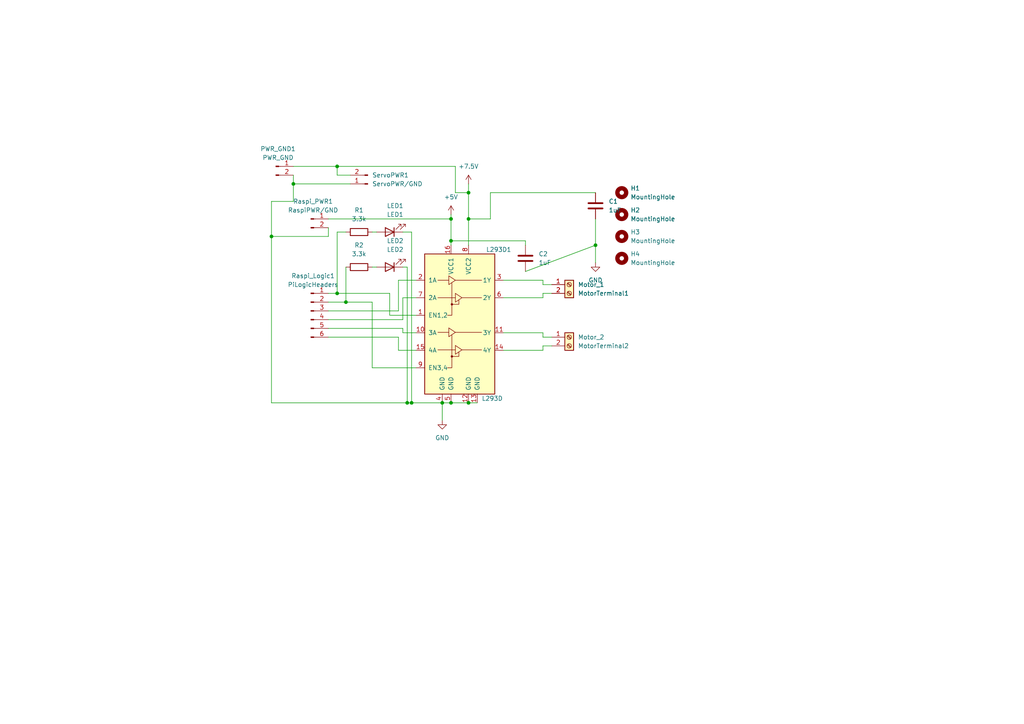
<source format=kicad_sch>
(kicad_sch (version 20211123) (generator eeschema)
  (paper "A4")
  (lib_symbols
    (symbol "Connector:Conn_01x02_Male" (pin_names (offset 1.016) hide)
      (property "Reference" "J" (at 0 2.54 0))
      (property "Value" "Conn_01x02_Male" (at 0 -5.08 0))
      (symbol "Conn_01x02_Male_1_1"
        (polyline (pts (xy 1.27 -2.54) (xy 0.8636 -2.54)) (stroke (width 0.1524)))
        (polyline (pts (xy 1.27 0) (xy 0.8636 0)) (stroke (width 0.1524)))
        (rectangle (start 0.8636 -2.413) (end 0 -2.667) (stroke (width 0.1524)) (fill (type outline)))
        (rectangle (start 0.8636 0.127) (end 0 -0.127) (stroke (width 0.1524)) (fill (type outline)))
        (pin passive line (at 5.08 0 180) (length 3.81) (name "Pin_1") (number "1"))
        (pin passive line (at 5.08 -2.54 180) (length 3.81) (name "Pin_2") (number "2"))
      )
    )
    (symbol "Connector:Conn_01x06_Male" (pin_names (offset 1.016) hide)
      (property "Reference" "J" (at 0 7.62 0))
      (property "Value" "Conn_01x06_Male" (at 0 -10.16 0))
      (symbol "Conn_01x06_Male_1_1"
        (polyline (pts (xy 1.27 -7.62) (xy 0.8636 -7.62)) (stroke (width 0.1524)))
        (polyline (pts (xy 1.27 -5.08) (xy 0.8636 -5.08)) (stroke (width 0.1524)))
        (polyline (pts (xy 1.27 -2.54) (xy 0.8636 -2.54)) (stroke (width 0.1524)))
        (polyline (pts (xy 1.27 0) (xy 0.8636 0)) (stroke (width 0.1524)))
        (polyline (pts (xy 1.27 2.54) (xy 0.8636 2.54)) (stroke (width 0.1524)))
        (polyline (pts (xy 1.27 5.08) (xy 0.8636 5.08)) (stroke (width 0.1524)))
        (rectangle (start 0.8636 -7.493) (end 0 -7.747) (stroke (width 0.1524)) (fill (type outline)))
        (rectangle (start 0.8636 -4.953) (end 0 -5.207) (stroke (width 0.1524)) (fill (type outline)))
        (rectangle (start 0.8636 -2.413) (end 0 -2.667) (stroke (width 0.1524)) (fill (type outline)))
        (rectangle (start 0.8636 0.127) (end 0 -0.127) (stroke (width 0.1524)) (fill (type outline)))
        (rectangle (start 0.8636 2.667) (end 0 2.413) (stroke (width 0.1524)) (fill (type outline)))
        (rectangle (start 0.8636 5.207) (end 0 4.953) (stroke (width 0.1524)) (fill (type outline)))
        (pin passive line (at 5.08 5.08 180) (length 3.81) (name "Pin_1") (number "1"))
        (pin passive line (at 5.08 2.54 180) (length 3.81) (name "Pin_2") (number "2"))
        (pin passive line (at 5.08 0 180) (length 3.81) (name "Pin_3") (number "3"))
        (pin passive line (at 5.08 -2.54 180) (length 3.81) (name "Pin_4") (number "4"))
        (pin passive line (at 5.08 -5.08 180) (length 3.81) (name "Pin_5") (number "5"))
        (pin passive line (at 5.08 -7.62 180) (length 3.81) (name "Pin_6") (number "6"))
      )
    )
    (symbol "Connector:Screw_Terminal_01x02" (pin_names (offset 1.016) hide)
      (property "Reference" "J" (at 0 2.54 0))
      (property "Value" "Screw_Terminal_01x02" (at 0 -5.08 0))
      (symbol "Screw_Terminal_01x02_1_1"
        (rectangle (start -1.27 1.27) (end 1.27 -3.81) (stroke (width 0.254)) (fill (type background)))
        (circle (center 0 -2.54) (radius 0.635) (stroke (width 0.1524)))
        (polyline (pts (xy -0.5334 -2.2098) (xy 0.3302 -3.048)) (stroke (width 0.1524)))
        (polyline (pts (xy -0.5334 0.3302) (xy 0.3302 -0.508)) (stroke (width 0.1524)))
        (polyline (pts (xy -0.3556 -2.032) (xy 0.508 -2.8702)) (stroke (width 0.1524)))
        (polyline (pts (xy -0.3556 0.508) (xy 0.508 -0.3302)) (stroke (width 0.1524)))
        (circle (center 0 0) (radius 0.635) (stroke (width 0.1524)))
        (pin passive line (at -5.08 0 0) (length 3.81) (name "Pin_1") (number "1"))
        (pin passive line (at -5.08 -2.54 0) (length 3.81) (name "Pin_2") (number "2"))
      )
    )
    (symbol "Device:C" (pin_numbers hide) (pin_names (offset 0.254))
      (property "Reference" "C" (at 0.635 2.54 0))
      (property "Value" "C" (at 0.635 -2.54 0))
      (symbol "C_0_1"
        (polyline (pts (xy -2.032 -0.762) (xy 2.032 -0.762)) (stroke (width 0.508)))
        (polyline (pts (xy -2.032 0.762) (xy 2.032 0.762)) (stroke (width 0.508)))
      )
      (symbol "C_1_1"
        (pin passive line (at 0 3.81 270) (length 2.794) (name "~") (number "1"))
        (pin passive line (at 0 -3.81 90) (length 2.794) (name "~") (number "2"))
      )
    )
    (symbol "Device:LED" (pin_numbers hide) (pin_names (offset 1.016) hide)
      (property "Reference" "D" (at 0 2.54 0))
      (property "Value" "LED" (at 0 -2.54 0))
      (symbol "LED_0_1"
        (polyline (pts (xy -1.27 -1.27) (xy -1.27 1.27)) (stroke (width 0.254)))
        (polyline (pts (xy -1.27 0) (xy 1.27 0)))
        (polyline (pts (xy 1.27 -1.27) (xy 1.27 1.27) (xy -1.27 0) (xy 1.27 -1.27)) (stroke (width 0.254)))
        (polyline (pts (xy -3.048 -0.762) (xy -4.572 -2.286) (xy -3.81 -2.286) (xy -4.572 -2.286) (xy -4.572 -1.524)))
        (polyline (pts (xy -1.778 -0.762) (xy -3.302 -2.286) (xy -2.54 -2.286) (xy -3.302 -2.286) (xy -3.302 -1.524)))
      )
      (symbol "LED_1_1"
        (pin passive line (at -3.81 0 0) (length 2.54) (name "K") (number "1"))
        (pin passive line (at 3.81 0 180) (length 2.54) (name "A") (number "2"))
      )
    )
    (symbol "Device:R" (pin_numbers hide) (pin_names (offset 0))
      (property "Reference" "R" (at 2.032 0 90))
      (property "Value" "R" (at 0 0 90))
      (symbol "R_0_1"
        (rectangle (start -1.016 -2.54) (end 1.016 2.54) (stroke (width 0.254)))
      )
      (symbol "R_1_1"
        (pin passive line (at 0 3.81 270) (length 1.27) (name "~") (number "1"))
        (pin passive line (at 0 -3.81 90) (length 1.27) (name "~") (number "2"))
      )
    )
    (symbol "Driver_Motor:L293D" (pin_names (offset 1.016))
      (property "Reference" "U" (at -5.08 26.035 0))
      (property "Value" "L293D" (at -5.08 24.13 0))
      (symbol "L293D_0_1"
        (rectangle (start -10.16 22.86) (end 10.16 -17.78) (stroke (width 0.254)) (fill (type background)))
        (circle (center -2.286 -6.858) (radius 0.254) (fill (type outline)))
        (circle (center -2.286 8.255) (radius 0.254) (fill (type outline)))
        (polyline (pts (xy -6.35 -4.953) (xy -1.27 -4.953)))
        (polyline (pts (xy -6.35 0.127) (xy -3.175 0.127)))
        (polyline (pts (xy -6.35 10.16) (xy -1.27 10.16)))
        (polyline (pts (xy -6.35 15.24) (xy -3.175 15.24)))
        (polyline (pts (xy -1.27 0.127) (xy 6.35 0.127)))
        (polyline (pts (xy -1.27 15.24) (xy 6.35 15.24)))
        (polyline (pts (xy 0.635 -4.953) (xy 6.35 -4.953)))
        (polyline (pts (xy 0.635 10.16) (xy 6.35 10.16)))
        (polyline (pts (xy -2.286 -6.858) (xy -0.254 -6.858) (xy -0.254 -5.588)))
        (polyline (pts (xy -2.286 -0.635) (xy -2.286 -10.16) (xy -3.556 -10.16)))
        (polyline (pts (xy -2.286 8.255) (xy -0.254 8.255) (xy -0.254 9.525)))
        (polyline (pts (xy -2.286 14.478) (xy -2.286 5.08) (xy -3.556 5.08)))
        (polyline (pts (xy -3.175 1.397) (xy -3.175 -1.143) (xy -1.27 0.127) (xy -3.175 1.397)))
        (polyline (pts (xy -3.175 16.51) (xy -3.175 13.97) (xy -1.27 15.24) (xy -3.175 16.51)))
        (polyline (pts (xy -1.27 -3.683) (xy -1.27 -6.223) (xy 0.635 -4.953) (xy -1.27 -3.683)))
        (polyline (pts (xy -1.27 11.43) (xy -1.27 8.89) (xy 0.635 10.16) (xy -1.27 11.43)))
      )
      (symbol "L293D_1_1"
        (pin input line (at -12.7 5.08 0) (length 2.54) (name "EN1,2") (number "1"))
        (pin input line (at -12.7 0 0) (length 2.54) (name "3A") (number "10"))
        (pin output line (at 12.7 0 180) (length 2.54) (name "3Y") (number "11"))
        (pin power_in line (at 2.54 -20.32 90) (length 2.54) (name "GND") (number "12"))
        (pin power_in line (at 5.08 -20.32 90) (length 2.54) (name "GND") (number "13"))
        (pin output line (at 12.7 -5.08 180) (length 2.54) (name "4Y") (number "14"))
        (pin input line (at -12.7 -5.08 0) (length 2.54) (name "4A") (number "15"))
        (pin power_in line (at -2.54 25.4 270) (length 2.54) (name "VCC1") (number "16"))
        (pin input line (at -12.7 15.24 0) (length 2.54) (name "1A") (number "2"))
        (pin output line (at 12.7 15.24 180) (length 2.54) (name "1Y") (number "3"))
        (pin power_in line (at -5.08 -20.32 90) (length 2.54) (name "GND") (number "4"))
        (pin power_in line (at -2.54 -20.32 90) (length 2.54) (name "GND") (number "5"))
        (pin output line (at 12.7 10.16 180) (length 2.54) (name "2Y") (number "6"))
        (pin input line (at -12.7 10.16 0) (length 2.54) (name "2A") (number "7"))
        (pin power_in line (at 2.54 25.4 270) (length 2.54) (name "VCC2") (number "8"))
        (pin input line (at -12.7 -10.16 0) (length 2.54) (name "EN3,4") (number "9"))
      )
    )
    (symbol "Mechanical:MountingHole" (pin_names (offset 1.016))
      (property "Reference" "H" (at 0 5.08 0))
      (property "Value" "MountingHole" (at 0 3.175 0))
      (symbol "MountingHole_0_1"
        (circle (center 0 0) (radius 1.27) (stroke (width 1.27)))
      )
    )
    (symbol "power:+5V" (power) (pin_names (offset 0))
      (property "Value" "+5V" (at 0 3.556 0))
      (symbol "+5V_0_1"
        (polyline (pts (xy -0.762 1.27) (xy 0 2.54)))
        (polyline (pts (xy 0 0) (xy 0 2.54)))
        (polyline (pts (xy 0 2.54) (xy 0.762 1.27)))
      )
      (symbol "+5V_1_1"
        (pin power_in line (at 0 0 90) (length 0) hide (name "+5V") (number "1"))
      )
    )
    (symbol "power:+7.5V" (power) (pin_names (offset 0))
      (property "Value" "+7.5V" (at 0 3.556 0))
      (symbol "+7.5V_0_1"
        (polyline (pts (xy -0.762 1.27) (xy 0 2.54)))
        (polyline (pts (xy 0 0) (xy 0 2.54)))
        (polyline (pts (xy 0 2.54) (xy 0.762 1.27)))
      )
      (symbol "+7.5V_1_1"
        (pin power_in line (at 0 0 90) (length 0) hide (name "+7.5V") (number "1"))
      )
    )
    (symbol "power:GND" (power) (pin_names (offset 0))
      (property "Value" "GND" (at 0 -3.81 0))
      (symbol "GND_0_1"
        (polyline (pts (xy 0 0) (xy 0 -1.27) (xy 1.27 -1.27) (xy 0 -2.54) (xy -1.27 -1.27) (xy 0 -1.27)))
      )
      (symbol "GND_1_1"
        (pin power_in line (at 0 0 270) (length 0) hide (name "GND") (number "1"))
      )
    )
  )
  (junction (at 172.72 71.12))
  (junction (at 119.38 116.84))
  (junction (at 130.81 63.5))
  (junction (at 130.81 116.84))
  (junction (at 135.89 55.88))
  (junction (at 135.89 63.5))
  (junction (at 100.33 87.63))
  (junction (at 135.89 116.84))
  (junction (at 128.27 116.84))
  (junction (at 97.79 48.26))
  (junction (at 130.81 69.85))
  (junction (at 97.79 85.09))
  (junction (at 85.09 53.34))
  (junction (at 118.11 116.84))
  (junction (at 78.74 68.58))
  (wire (pts (xy 146.05 86.36) (xy 157.48 86.36)))
  (wire (pts (xy 135.89 116.84) (xy 138.43 116.84)))
  (wire (pts (xy 157.48 85.09) (xy 160.02 85.09)))
  (wire (pts (xy 95.25 85.09) (xy 97.79 85.09)))
  (wire (pts (xy 78.74 116.84) (xy 118.11 116.84)))
  (wire (pts (xy 78.74 68.58) (xy 78.74 116.84)))
  (wire (pts (xy 128.27 116.84) (xy 128.27 121.92)))
  (wire (pts (xy 101.6 50.8) (xy 97.79 50.8)))
  (wire (pts (xy 118.11 116.84) (xy 119.38 116.84)))
  (wire (pts (xy 172.72 63.5) (xy 172.72 71.12)))
  (wire (pts (xy 142.24 63.5) (xy 135.89 63.5)))
  (wire (pts (xy 130.81 63.5) (xy 130.81 69.85)))
  (wire (pts (xy 157.48 82.55) (xy 160.02 82.55)))
  (wire (pts (xy 97.79 85.09) (xy 113.03 85.09)))
  (wire (pts (xy 130.81 69.85) (xy 152.4 69.85)))
  (wire (pts (xy 85.09 48.26) (xy 97.79 48.26)))
  (wire (pts (xy 95.25 66.04) (xy 95.25 68.58)))
  (wire (pts (xy 157.48 97.79) (xy 160.02 97.79)))
  (wire (pts (xy 116.84 96.52) (xy 120.65 96.52)))
  (wire (pts (xy 172.72 55.88) (xy 142.24 55.88)))
  (wire (pts (xy 95.25 92.71) (xy 116.84 92.71)))
  (wire (pts (xy 100.33 77.47) (xy 100.33 87.63)))
  (wire (pts (xy 78.74 58.42) (xy 78.74 68.58)))
  (wire (pts (xy 95.25 97.79) (xy 115.57 97.79)))
  (wire (pts (xy 118.11 77.47) (xy 118.11 116.84)))
  (wire (pts (xy 157.48 86.36) (xy 157.48 85.09)))
  (wire (pts (xy 115.57 97.79) (xy 115.57 101.6)))
  (wire (pts (xy 116.84 95.25) (xy 116.84 96.52)))
  (wire (pts (xy 130.81 69.85) (xy 130.81 71.12)))
  (wire (pts (xy 100.33 87.63) (xy 107.95 87.63)))
  (wire (pts (xy 142.24 55.88) (xy 142.24 63.5)))
  (wire (pts (xy 78.74 58.42) (xy 85.09 58.42)))
  (wire (pts (xy 152.4 78.74) (xy 172.72 71.12)))
  (wire (pts (xy 107.95 87.63) (xy 107.95 106.68)))
  (wire (pts (xy 116.84 77.47) (xy 118.11 77.47)))
  (wire (pts (xy 107.95 77.47) (xy 109.22 77.47)))
  (wire (pts (xy 157.48 100.33) (xy 160.02 100.33)))
  (wire (pts (xy 85.09 50.8) (xy 85.09 53.34)))
  (wire (pts (xy 107.95 106.68) (xy 120.65 106.68)))
  (wire (pts (xy 95.25 63.5) (xy 130.81 63.5)))
  (wire (pts (xy 132.08 55.88) (xy 135.89 55.88)))
  (wire (pts (xy 116.84 86.36) (xy 120.65 86.36)))
  (wire (pts (xy 85.09 53.34) (xy 85.09 58.42)))
  (wire (pts (xy 128.27 116.84) (xy 130.81 116.84)))
  (wire (pts (xy 115.57 101.6) (xy 120.65 101.6)))
  (wire (pts (xy 95.25 95.25) (xy 116.84 95.25)))
  (wire (pts (xy 113.03 85.09) (xy 113.03 91.44)))
  (wire (pts (xy 130.81 116.84) (xy 135.89 116.84)))
  (wire (pts (xy 116.84 92.71) (xy 116.84 86.36)))
  (wire (pts (xy 135.89 53.34) (xy 135.89 55.88)))
  (wire (pts (xy 116.84 67.31) (xy 119.38 67.31)))
  (wire (pts (xy 85.09 53.34) (xy 101.6 53.34)))
  (wire (pts (xy 119.38 116.84) (xy 128.27 116.84)))
  (wire (pts (xy 130.81 62.23) (xy 130.81 63.5)))
  (wire (pts (xy 97.79 67.31) (xy 97.79 85.09)))
  (wire (pts (xy 135.89 55.88) (xy 135.89 63.5)))
  (wire (pts (xy 119.38 67.31) (xy 119.38 116.84)))
  (wire (pts (xy 146.05 81.28) (xy 157.48 81.28)))
  (wire (pts (xy 97.79 67.31) (xy 100.33 67.31)))
  (wire (pts (xy 97.79 50.8) (xy 97.79 48.26)))
  (wire (pts (xy 115.57 90.17) (xy 115.57 81.28)))
  (wire (pts (xy 107.95 67.31) (xy 109.22 67.31)))
  (wire (pts (xy 115.57 81.28) (xy 120.65 81.28)))
  (wire (pts (xy 95.25 87.63) (xy 100.33 87.63)))
  (wire (pts (xy 157.48 101.6) (xy 157.48 100.33)))
  (wire (pts (xy 157.48 81.28) (xy 157.48 82.55)))
  (wire (pts (xy 172.72 71.12) (xy 172.72 76.2)))
  (wire (pts (xy 95.25 68.58) (xy 78.74 68.58)))
  (wire (pts (xy 146.05 101.6) (xy 157.48 101.6)))
  (wire (pts (xy 157.48 96.52) (xy 157.48 97.79)))
  (wire (pts (xy 95.25 90.17) (xy 115.57 90.17)))
  (wire (pts (xy 152.4 71.12) (xy 152.4 69.85)))
  (wire (pts (xy 132.08 48.26) (xy 132.08 55.88)))
  (wire (pts (xy 113.03 91.44) (xy 120.65 91.44)))
  (wire (pts (xy 97.79 48.26) (xy 132.08 48.26)))
  (wire (pts (xy 135.89 63.5) (xy 135.89 71.12)))
  (wire (pts (xy 146.05 96.52) (xy 157.48 96.52)))
  (symbol (lib_id "Connector:Conn_01x02_Male") (at 90.17 63.5 0) (unit 1)
    (property "Reference" "Raspi_PWR1" (at 90.805 58.42 0))
    (property "Value" "RaspiPWR/GND" (at 90.805 60.96 0))
    (property "Footprint" "Connector_PinHeader_2.54mm:PinHeader_1x02_P2.54mm_Vertical" (effects hide))
  )
  (symbol (lib_id "Mechanical:MountingHole") (at 180.34 55.88 0) (unit 1)
    (property "Reference" "H1" (at 182.88 54.6099 0) (effects (justify left)))
    (property "Value" "MountingHole" (at 182.88 57.1499 0) (effects (justify left)))
    (property "Footprint" "MountingHole:MountingHole_2.2mm_M2" (effects hide))
  )
  (symbol (lib_id "Connector:Conn_01x02_Male") (at 80.01 48.26 0) (unit 1)
    (property "Reference" "PWR_GND1" (at 80.645 43.18 0))
    (property "Value" "PWR_GND" (at 80.645 45.72 0))
    (property "Footprint" "Connector_PinHeader_2.54mm:PinHeader_1x02_P2.54mm_Vertical" (effects hide))
  )
  (symbol (lib_id "power:+7.5V") (at 135.89 53.34 0) (unit 1)
    (property "Reference" "#PWR0103" (effects hide))
    (property "Value" "+7.5V" (at 135.89 48.26 0))
  )
  (symbol (lib_id "Device:R") (at 104.14 77.47 90) (unit 1)
    (property "Reference" "R2" (at 104.14 71.12 90))
    (property "Value" "3.3k" (at 104.14 73.66 90))
    (property "Footprint" "Resistor_THT:R_Axial_DIN0207_L6.3mm_D2.5mm_P7.62mm_Horizontal" (effects hide))
  )
  (symbol (lib_id "Connector:Conn_01x02_Male") (at 106.68 53.34 180) (unit 1)
    (property "Reference" "ServoPWR1" (at 107.95 50.7999 0) (effects (justify right)))
    (property "Value" "ServoPWR/GND" (at 107.95 53.3399 0) (effects (justify right)))
    (property "Footprint" "Connector_PinHeader_2.54mm:PinHeader_1x02_P2.54mm_Vertical" (effects hide))
  )
  (symbol (lib_id "Device:C") (at 172.72 59.69 0) (unit 1)
    (property "Reference" "C1" (at 176.53 58.4199 0) (effects (justify left)))
    (property "Value" "1uF" (at 176.53 60.9599 0) (effects (justify left)))
    (property "Footprint" "Capacitor_SMD:C_Elec_5x5.4" (effects hide))
  )
  (symbol (lib_id "Connector:Screw_Terminal_01x02") (at 165.1 82.55 0) (unit 1)
    (property "Reference" "Motor_1" (at 167.64 82.5499 0) (effects (justify left)))
    (property "Value" "MotorTerminal1" (at 167.64 85.0899 0) (effects (justify left)))
    (property "Footprint" "TerminalBlock:TerminalBlock_Altech_AK300-2_P5.00mm" (effects hide))
  )
  (symbol (lib_id "power:GND") (at 128.27 121.92 0) (unit 1)
    (property "Reference" "#PWR0102" (effects hide))
    (property "Value" "GND" (at 128.27 127 0))
  )
  (symbol (lib_id "Driver_Motor:L293D") (at 133.35 96.52 0) (unit 1)
    (property "Reference" "L293D1" (at 140.97 72.39 0) (effects (justify left)))
    (property "Value" "L293D" (at 139.7 115.57 0) (effects (justify left)))
    (property "Footprint" "Package_DIP:DIP-16_W7.62mm" (effects hide))
    (property "Datasheet" "http://www.ti.com/lit/ds/symlink/l293.pdf" (effects hide))
  )
  (symbol (lib_id "Connector:Screw_Terminal_01x02") (at 165.1 97.79 0) (unit 1)
    (property "Reference" "Motor_2" (at 167.64 97.7899 0) (effects (justify left)))
    (property "Value" "MotorTerminal2" (at 167.64 100.3299 0) (effects (justify left)))
    (property "Footprint" "TerminalBlock:TerminalBlock_Altech_AK300-2_P5.00mm" (effects hide))
  )
  (symbol (lib_id "Device:LED") (at 113.03 77.47 180) (unit 1)
    (property "Reference" "LED2" (at 114.6175 69.85 0))
    (property "Value" "LED2" (at 114.6175 72.39 0))
    (property "Footprint" "LED_THT:LED_D5.0mm" (effects hide))
  )
  (symbol (lib_id "Mechanical:MountingHole") (at 180.34 62.23 0) (unit 1)
    (property "Reference" "H2" (at 182.88 60.9599 0) (effects (justify left)))
    (property "Value" "MountingHole" (at 182.88 63.4999 0) (effects (justify left)))
    (property "Footprint" "MountingHole:MountingHole_2.2mm_M2" (effects hide))
  )
  (symbol (lib_id "Device:LED") (at 113.03 67.31 180) (unit 1)
    (property "Reference" "LED1" (at 114.6175 59.69 0))
    (property "Value" "LED1" (at 114.6175 62.23 0))
    (property "Footprint" "LED_THT:LED_D5.0mm" (effects hide))
  )
  (symbol (lib_id "Connector:Conn_01x06_Male") (at 90.17 90.17 0) (unit 1)
    (property "Reference" "Raspi_Logic1" (at 90.805 80.01 0))
    (property "Value" "PiLogicHeaders" (at 90.805 82.55 0))
    (property "Footprint" "Connector_PinHeader_2.54mm:PinHeader_1x06_P2.54mm_Vertical" (effects hide))
  )
  (symbol (lib_id "Mechanical:MountingHole") (at 180.34 68.58 0) (unit 1)
    (property "Reference" "H3" (at 182.88 67.3099 0) (effects (justify left)))
    (property "Value" "MountingHole" (at 182.88 69.8499 0) (effects (justify left)))
    (property "Footprint" "MountingHole:MountingHole_2.2mm_M2" (effects hide))
  )
  (symbol (lib_id "Device:C") (at 152.4 74.93 0) (unit 1)
    (property "Reference" "C2" (at 156.21 73.6599 0) (effects (justify left)))
    (property "Value" "1uF" (at 156.21 76.1999 0) (effects (justify left)))
    (property "Footprint" "Capacitor_SMD:C_Elec_5x5.4" (effects hide))
  )
  (symbol (lib_id "power:+5V") (at 130.81 62.23 0) (unit 1)
    (property "Reference" "#PWR0101" (effects hide))
    (property "Value" "+5V" (at 130.81 57.15 0))
  )
  (symbol (lib_id "Mechanical:MountingHole") (at 180.34 74.93 0) (unit 1)
    (property "Reference" "H4" (at 182.88 73.6599 0) (effects (justify left)))
    (property "Value" "MountingHole" (at 182.88 76.1999 0) (effects (justify left)))
    (property "Footprint" "MountingHole:MountingHole_2.2mm_M2" (effects hide))
  )
  (symbol (lib_id "power:GND") (at 172.72 76.2 0) (unit 1)
    (property "Reference" "#PWR0104" (effects hide))
    (property "Value" "GND" (at 172.72 81.28 0))
  )
  (symbol (lib_id "Device:R") (at 104.14 67.31 90) (unit 1)
    (property "Reference" "R1" (at 104.14 60.96 90))
    (property "Value" "3.3k" (at 104.14 63.5 90))
    (property "Footprint" "Resistor_THT:R_Axial_DIN0207_L6.3mm_D2.5mm_P7.62mm_Horizontal" (effects hide))
  )
)
</source>
